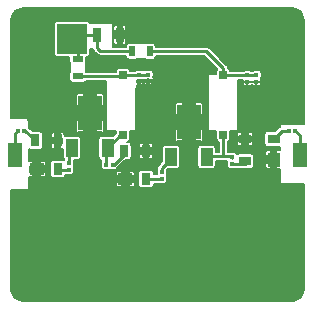
<source format=gtl>
G04 #@! TF.GenerationSoftware,KiCad,Pcbnew,(5.0.0-rc2-dev-262-gdfd2a8fc4)*
G04 #@! TF.CreationDate,2018-03-21T15:36:15-07:00*
G04 #@! TF.ProjectId,BaseBandAmp_03202018,4261736542616E64416D705F30333230,rev?*
G04 #@! TF.SameCoordinates,Original*
G04 #@! TF.FileFunction,Copper,L1,Top,Signal*
G04 #@! TF.FilePolarity,Positive*
%FSLAX46Y46*%
G04 Gerber Fmt 4.6, Leading zero omitted, Abs format (unit mm)*
G04 Created by KiCad (PCBNEW (5.0.0-rc2-dev-262-gdfd2a8fc4)) date 03/21/18 15:36:15*
%MOMM*%
%LPD*%
G01*
G04 APERTURE LIST*
%ADD10R,2.540000X2.540000*%
%ADD11C,2.794000*%
%ADD12C,0.508000*%
%ADD13R,0.500000X0.900000*%
%ADD14R,0.635000X0.635000*%
%ADD15R,1.270000X2.032000*%
%ADD16R,3.810000X0.508000*%
%ADD17R,0.350000X0.300000*%
%ADD18R,0.300000X0.350000*%
%ADD19R,1.198880X1.000760*%
%ADD20R,0.800100X1.000760*%
%ADD21R,1.000760X1.501140*%
%ADD22R,1.998980X2.999740*%
%ADD23C,0.749300*%
%ADD24C,0.100000*%
%ADD25R,1.000760X1.198880*%
%ADD26R,1.000760X0.800100*%
%ADD27R,0.700000X1.300000*%
%ADD28R,0.900000X0.500000*%
%ADD29C,0.250000*%
%ADD30C,0.254000*%
%ADD31C,0.127000*%
G04 APERTURE END LIST*
D10*
X132461000Y-58801000D03*
D11*
X129794000Y-72390000D03*
X129794000Y-64770000D03*
X149606000Y-64770000D03*
X149606000Y-72390000D03*
D12*
X143129000Y-60960000D03*
X141986000Y-60960000D03*
X140843000Y-60960000D03*
X139700000Y-60960000D03*
X136525000Y-60833000D03*
X135382000Y-60833000D03*
X134366000Y-60833000D03*
D13*
X137541000Y-59817000D03*
X139041000Y-59817000D03*
D14*
X145288000Y-66929000D03*
X145288000Y-61849000D03*
D15*
X151752300Y-68580000D03*
D16*
X150279100Y-64338200D03*
X150279100Y-72821800D03*
D12*
X138176000Y-67056000D03*
X139192000Y-67056000D03*
D17*
X138176000Y-62357000D03*
X138176000Y-61797000D03*
X138938000Y-61797000D03*
X138938000Y-62357000D03*
D14*
X136779000Y-61849000D03*
X136779000Y-66929000D03*
D12*
X131191000Y-62992000D03*
X127889000Y-79629000D03*
X134493000Y-62992000D03*
X133731000Y-62992000D03*
X132969000Y-62992000D03*
X146812000Y-73914000D03*
X145796000Y-73914000D03*
X144780000Y-73914000D03*
X143764000Y-73914000D03*
X142748000Y-73914000D03*
X141732000Y-73914000D03*
X140716000Y-73914000D03*
X139700000Y-73914000D03*
X138684000Y-73914000D03*
X137668000Y-73914000D03*
X136652000Y-73914000D03*
X135636000Y-73914000D03*
X134620000Y-73914000D03*
X133604000Y-73914000D03*
X132588000Y-73914000D03*
X146812000Y-72898000D03*
X145796000Y-72898000D03*
X144780000Y-72898000D03*
X143764000Y-72898000D03*
X142748000Y-72898000D03*
X141732000Y-72898000D03*
X140716000Y-72898000D03*
X139700000Y-72898000D03*
X138684000Y-72898000D03*
X137668000Y-72898000D03*
X136652000Y-72898000D03*
X135636000Y-72898000D03*
X134620000Y-72898000D03*
X133604000Y-72898000D03*
X132588000Y-72898000D03*
X146812000Y-71882000D03*
X145796000Y-71882000D03*
X144780000Y-71882000D03*
X143764000Y-71882000D03*
X142748000Y-71882000D03*
X141732000Y-71882000D03*
X140716000Y-71882000D03*
X139700000Y-71882000D03*
X138684000Y-71882000D03*
X137668000Y-71882000D03*
X136652000Y-71882000D03*
X135636000Y-71882000D03*
X134620000Y-71882000D03*
X133604000Y-71882000D03*
X132588000Y-71882000D03*
X140208000Y-67056000D03*
X140208000Y-66294000D03*
X140208000Y-65532000D03*
X140208000Y-64770000D03*
X140208000Y-64008000D03*
X149606000Y-70231000D03*
X148717000Y-70231000D03*
X147955000Y-70231000D03*
X147193000Y-70231000D03*
X146431000Y-70231000D03*
X145669000Y-70231000D03*
X144907000Y-70231000D03*
X144145000Y-70231000D03*
X143383000Y-70231000D03*
X142621000Y-70231000D03*
X141859000Y-70231000D03*
X134366000Y-69596000D03*
X133223000Y-69596000D03*
X130429000Y-57658000D03*
X130429000Y-58547000D03*
X130429000Y-59309000D03*
X130429000Y-60071000D03*
X130429000Y-60833000D03*
X130429000Y-61595000D03*
X130429000Y-62484000D03*
X132207000Y-62992000D03*
X132207000Y-63754000D03*
X132207000Y-64516000D03*
X132207000Y-65278000D03*
X132207000Y-66040000D03*
X151511000Y-57912000D03*
X151511000Y-58928000D03*
X151511000Y-59690000D03*
X151511000Y-60452000D03*
X151511000Y-61214000D03*
X151511000Y-61976000D03*
X151511000Y-62738000D03*
X151511000Y-63500000D03*
X151511000Y-64262000D03*
X151511000Y-71882000D03*
X151511000Y-72644000D03*
X151511000Y-73406000D03*
X151511000Y-74168000D03*
X151511000Y-74930000D03*
X151511000Y-75692000D03*
X151511000Y-76454000D03*
X151511000Y-77216000D03*
X151511000Y-77978000D03*
X151511000Y-78740000D03*
X151511000Y-79502000D03*
X151511000Y-80264000D03*
X150749000Y-80264000D03*
X149987000Y-80264000D03*
X149225000Y-80264000D03*
X148463000Y-80264000D03*
X147701000Y-80264000D03*
X146939000Y-80264000D03*
X146177000Y-80264000D03*
X145415000Y-80264000D03*
X144653000Y-80264000D03*
X143891000Y-80264000D03*
X143129000Y-80264000D03*
X142367000Y-80264000D03*
X141605000Y-80264000D03*
X140843000Y-80264000D03*
X140081000Y-80264000D03*
X139319000Y-80264000D03*
X138557000Y-80264000D03*
X137795000Y-80264000D03*
X137033000Y-80264000D03*
X136271000Y-80264000D03*
X135509000Y-80264000D03*
X134747000Y-80264000D03*
X133985000Y-80264000D03*
X133223000Y-80264000D03*
X132461000Y-80264000D03*
X131699000Y-80264000D03*
X130937000Y-80264000D03*
X130175000Y-80264000D03*
X129413000Y-80264000D03*
X128651000Y-80264000D03*
X127889000Y-80264000D03*
X127889000Y-78994000D03*
X127889000Y-78232000D03*
X127889000Y-77470000D03*
X127889000Y-76708000D03*
X127889000Y-75946000D03*
X127889000Y-75184000D03*
X127889000Y-74422000D03*
X127889000Y-73660000D03*
X127889000Y-72898000D03*
X127889000Y-72136000D03*
X127889000Y-65278000D03*
X127889000Y-64516000D03*
X127889000Y-63754000D03*
X127889000Y-62992000D03*
X127889000Y-62230000D03*
X127889000Y-61468000D03*
X127889000Y-60706000D03*
X127889000Y-59944000D03*
X127889000Y-59182000D03*
X127889000Y-58420000D03*
X127889000Y-57658000D03*
X151511000Y-56896000D03*
X150749000Y-56896000D03*
X149987000Y-56896000D03*
X149225000Y-56896000D03*
X148463000Y-56896000D03*
X147701000Y-56896000D03*
X146939000Y-56896000D03*
X146177000Y-56896000D03*
X145415000Y-56896000D03*
X144653000Y-56896000D03*
X143891000Y-56896000D03*
X143129000Y-56896000D03*
X142367000Y-56896000D03*
X141605000Y-56896000D03*
X140843000Y-56896000D03*
X140081000Y-56896000D03*
X139319000Y-56896000D03*
X138557000Y-56896000D03*
X137795000Y-56896000D03*
X137033000Y-56896000D03*
X136271000Y-56896000D03*
X135509000Y-56896000D03*
X134747000Y-56896000D03*
X133985000Y-56896000D03*
X133223000Y-56896000D03*
X132461000Y-56896000D03*
X131699000Y-56896000D03*
X130937000Y-56896000D03*
X130175000Y-56896000D03*
X129413000Y-56896000D03*
X128651000Y-56896000D03*
X143256000Y-63246000D03*
X142494000Y-63246000D03*
X141732000Y-63246000D03*
X140970000Y-63246000D03*
X140208000Y-63246000D03*
D17*
X148082000Y-62409000D03*
X148082000Y-61849000D03*
X147320000Y-62409000D03*
X147320000Y-61849000D03*
D12*
X127889000Y-56896000D03*
D18*
X128423000Y-66548000D03*
X127863000Y-66548000D03*
D17*
X132207000Y-69316000D03*
X132207000Y-69876000D03*
D18*
X135916000Y-69469000D03*
X135356000Y-69469000D03*
D17*
X140081000Y-70078000D03*
X140081000Y-70638000D03*
X146050000Y-69368000D03*
X146050000Y-68808000D03*
D18*
X151384000Y-66548000D03*
X150824000Y-66548000D03*
D15*
X127647700Y-68580000D03*
D16*
X129120900Y-72821800D03*
X129120900Y-64338200D03*
D19*
X129501900Y-69778880D03*
D20*
X131251960Y-67381120D03*
X131251960Y-69778880D03*
X129352040Y-67381120D03*
D21*
X132483860Y-68018660D03*
X133985000Y-68018660D03*
X135486140Y-68018660D03*
D22*
X133985000Y-65067180D03*
D23*
X133985000Y-66916300D03*
D24*
G36*
X134985760Y-66541650D02*
X134485380Y-67290950D01*
X133484620Y-67290950D01*
X132984240Y-66541650D01*
X134985760Y-66541650D01*
X134985760Y-66541650D01*
G37*
D19*
X136994900Y-70667880D03*
D20*
X138744960Y-68270120D03*
X138744960Y-70667880D03*
X136845040Y-68270120D03*
D21*
X140865860Y-68780660D03*
X142367000Y-68780660D03*
X143868140Y-68780660D03*
D22*
X142367000Y-65829180D03*
D23*
X142367000Y-67678300D03*
D24*
G36*
X143367760Y-67303650D02*
X142867380Y-68052950D01*
X141866620Y-68052950D01*
X141366240Y-67303650D01*
X143367760Y-67303650D01*
X143367760Y-67303650D01*
G37*
D25*
X149534880Y-68999100D03*
D26*
X147137120Y-67249040D03*
X149534880Y-67249040D03*
X147137120Y-69148960D03*
D27*
X134620000Y-58420000D03*
X136520000Y-58420000D03*
D28*
X132969000Y-60464000D03*
X132969000Y-61964000D03*
D29*
X128423000Y-66548000D02*
X128518920Y-66548000D01*
X128518920Y-66548000D02*
X129352040Y-67381120D01*
X127647700Y-68580000D02*
X127647700Y-66763300D01*
X127647700Y-66763300D02*
X127863000Y-66548000D01*
D30*
X127863000Y-68427000D02*
X127889000Y-68453000D01*
X127889000Y-68453000D02*
X127647700Y-68580000D01*
X132207000Y-69316000D02*
X132207000Y-68453000D01*
X132207000Y-68453000D02*
X132483860Y-68018660D01*
X132207000Y-69876000D02*
X131471000Y-69876000D01*
X131471000Y-69876000D02*
X131445000Y-69850000D01*
X131445000Y-69850000D02*
X131251960Y-69778880D01*
X136845040Y-68270120D02*
X136845040Y-68640960D01*
X136845040Y-68640960D02*
X136017000Y-69469000D01*
X136017000Y-69469000D02*
X135890000Y-69469000D01*
X135890000Y-69469000D02*
X135916000Y-69469000D01*
D29*
X136779000Y-66929000D02*
X136575800Y-66929000D01*
X136575800Y-66929000D02*
X135486140Y-68018660D01*
D30*
X135356000Y-69469000D02*
X135356000Y-68352000D01*
X135356000Y-68352000D02*
X135509000Y-68199000D01*
X135509000Y-68199000D02*
X135486140Y-68018660D01*
D29*
X146050000Y-69368000D02*
X147167000Y-69368000D01*
X147167000Y-69368000D02*
X147193000Y-69342000D01*
X147193000Y-69342000D02*
X147137120Y-69148960D01*
X151752300Y-68580000D02*
X151752300Y-66916300D01*
X151752300Y-66916300D02*
X151384000Y-66548000D01*
X140081000Y-69723000D02*
X140462000Y-69342000D01*
X140462000Y-69342000D02*
X140865860Y-68780660D01*
X140081000Y-70078000D02*
X140081000Y-69723000D01*
X140081000Y-70638000D02*
X138837000Y-70638000D01*
X138837000Y-70638000D02*
X138811000Y-70612000D01*
X138811000Y-70612000D02*
X138744960Y-70667880D01*
X150824000Y-66548000D02*
X150235920Y-66548000D01*
X150235920Y-66548000D02*
X149534880Y-67249040D01*
X132969000Y-60464000D02*
X132969000Y-59309000D01*
X132969000Y-59309000D02*
X132461000Y-58801000D01*
X134620000Y-59563000D02*
X134874000Y-59817000D01*
X134874000Y-59817000D02*
X137541000Y-59817000D01*
X134620000Y-58420000D02*
X134620000Y-59563000D01*
X134620000Y-58420000D02*
X132842000Y-58420000D01*
X132842000Y-58420000D02*
X132461000Y-58801000D01*
X145288000Y-66929000D02*
X145288000Y-68707000D01*
D30*
X145288000Y-68707000D02*
X144018000Y-68707000D01*
X145415000Y-68707000D02*
X145288000Y-68707000D01*
X145415000Y-68707000D02*
X145923000Y-68707000D01*
X145923000Y-68707000D02*
X145992000Y-68776000D01*
X145992000Y-68776000D02*
X146050000Y-68808000D01*
X144018000Y-68707000D02*
X143868140Y-68780660D01*
X145992000Y-68776000D02*
X146050000Y-68808000D01*
D29*
X145992000Y-68776000D02*
X146050000Y-68834000D01*
X146050000Y-68834000D02*
X146050000Y-68808000D01*
X132969000Y-61964000D02*
X136664000Y-61964000D01*
X136664000Y-61964000D02*
X136779000Y-61849000D01*
X143823500Y-59817000D02*
X145288000Y-61281500D01*
X139041000Y-59817000D02*
X143823500Y-59817000D01*
X145288000Y-61281500D02*
X145288000Y-61849000D01*
X147320000Y-61849000D02*
X148082000Y-61849000D01*
X138176000Y-61797000D02*
X138938000Y-61797000D01*
X136779000Y-61849000D02*
X138124000Y-61849000D01*
X138124000Y-61849000D02*
X138176000Y-61797000D01*
X146558000Y-61849000D02*
X147320000Y-61849000D01*
X145288000Y-61849000D02*
X146506000Y-61849000D01*
D31*
G36*
X151454655Y-56258018D02*
X151740151Y-56422851D01*
X151952054Y-56675386D01*
X152069633Y-56998431D01*
X152084100Y-57163793D01*
X152084100Y-65976500D01*
X150114000Y-65976500D01*
X150089700Y-65981334D01*
X150069099Y-65995099D01*
X150055334Y-66015700D01*
X150050500Y-66040000D01*
X150050500Y-66204649D01*
X149955827Y-66267907D01*
X149934152Y-66300346D01*
X149654170Y-66580328D01*
X149034500Y-66580328D01*
X148931688Y-66600779D01*
X148844527Y-66659017D01*
X148786289Y-66746178D01*
X148765838Y-66848990D01*
X148765838Y-67649090D01*
X148786289Y-67751902D01*
X148844527Y-67839063D01*
X148931688Y-67897301D01*
X149034500Y-67917752D01*
X150035260Y-67917752D01*
X150050500Y-67914721D01*
X150050500Y-68209160D01*
X149832695Y-68209160D01*
X149785070Y-68256785D01*
X149785070Y-68699380D01*
X150035260Y-68699380D01*
X150035260Y-69298820D01*
X149785070Y-69298820D01*
X149785070Y-69741415D01*
X149832695Y-69789040D01*
X150050500Y-69789040D01*
X150050500Y-70993000D01*
X150055334Y-71017300D01*
X150069099Y-71037901D01*
X150089700Y-71051666D01*
X150114000Y-71056500D01*
X152084101Y-71056500D01*
X152084101Y-79982356D01*
X152021981Y-80334656D01*
X151857149Y-80620151D01*
X151604613Y-80832054D01*
X151281570Y-80949633D01*
X151116207Y-80964100D01*
X128297638Y-80964100D01*
X127945344Y-80901981D01*
X127659849Y-80737149D01*
X127447946Y-80484613D01*
X127330367Y-80161570D01*
X127315900Y-79996207D01*
X127315900Y-71564500D01*
X128778000Y-71564500D01*
X128802300Y-71559666D01*
X128822901Y-71545901D01*
X128836666Y-71525300D01*
X128841500Y-71501000D01*
X128841500Y-70965695D01*
X136204960Y-70965695D01*
X136204960Y-71206153D01*
X136233962Y-71276169D01*
X136287550Y-71329758D01*
X136357567Y-71358760D01*
X136647555Y-71358760D01*
X136695180Y-71311135D01*
X136695180Y-70918070D01*
X137294620Y-70918070D01*
X137294620Y-71311135D01*
X137342245Y-71358760D01*
X137632233Y-71358760D01*
X137702250Y-71329758D01*
X137755838Y-71276169D01*
X137784840Y-71206153D01*
X137784840Y-70965695D01*
X137737215Y-70918070D01*
X137294620Y-70918070D01*
X136695180Y-70918070D01*
X136252585Y-70918070D01*
X136204960Y-70965695D01*
X128841500Y-70965695D01*
X128841500Y-70460205D01*
X128864567Y-70469760D01*
X129154555Y-70469760D01*
X129202180Y-70422135D01*
X129202180Y-70029070D01*
X129801620Y-70029070D01*
X129801620Y-70422135D01*
X129849245Y-70469760D01*
X130139233Y-70469760D01*
X130209250Y-70440758D01*
X130262838Y-70387169D01*
X130291840Y-70317153D01*
X130291840Y-70076695D01*
X130244215Y-70029070D01*
X129801620Y-70029070D01*
X129202180Y-70029070D01*
X128910400Y-70029070D01*
X128910400Y-69528690D01*
X129202180Y-69528690D01*
X129202180Y-69135625D01*
X129801620Y-69135625D01*
X129801620Y-69528690D01*
X130244215Y-69528690D01*
X130291840Y-69481065D01*
X130291840Y-69278500D01*
X130583248Y-69278500D01*
X130583248Y-70279260D01*
X130603699Y-70382072D01*
X130661937Y-70469233D01*
X130749098Y-70527471D01*
X130851910Y-70547922D01*
X131652010Y-70547922D01*
X131754822Y-70527471D01*
X131841983Y-70469233D01*
X131900221Y-70382072D01*
X131920672Y-70279260D01*
X131920672Y-70268521D01*
X131929188Y-70274211D01*
X132032000Y-70294662D01*
X132382000Y-70294662D01*
X132484812Y-70274211D01*
X132571973Y-70215973D01*
X132629679Y-70129607D01*
X136204960Y-70129607D01*
X136204960Y-70370065D01*
X136252585Y-70417690D01*
X136695180Y-70417690D01*
X136695180Y-70024625D01*
X137294620Y-70024625D01*
X137294620Y-70417690D01*
X137737215Y-70417690D01*
X137784840Y-70370065D01*
X137784840Y-70167500D01*
X138076248Y-70167500D01*
X138076248Y-71168260D01*
X138096699Y-71271072D01*
X138154937Y-71358233D01*
X138242098Y-71416471D01*
X138344910Y-71436922D01*
X139145010Y-71436922D01*
X139247822Y-71416471D01*
X139334983Y-71358233D01*
X139393221Y-71271072D01*
X139413672Y-71168260D01*
X139413672Y-71026500D01*
X139788654Y-71026500D01*
X139803188Y-71036211D01*
X139906000Y-71056662D01*
X140256000Y-71056662D01*
X140358812Y-71036211D01*
X140445973Y-70977973D01*
X140504211Y-70890812D01*
X140524662Y-70788000D01*
X140524662Y-70488000D01*
X140504211Y-70385188D01*
X140486045Y-70358000D01*
X140504211Y-70330812D01*
X140524662Y-70228000D01*
X140524662Y-69928000D01*
X140508197Y-69845225D01*
X140553530Y-69799892D01*
X141366240Y-69799892D01*
X141469052Y-69779441D01*
X141556213Y-69721203D01*
X141614451Y-69634042D01*
X141634902Y-69531230D01*
X141634902Y-68030090D01*
X141614451Y-67927278D01*
X141556213Y-67840117D01*
X141469052Y-67781879D01*
X141366240Y-67761428D01*
X140365480Y-67761428D01*
X140262668Y-67781879D01*
X140175507Y-67840117D01*
X140117269Y-67927278D01*
X140096818Y-68030090D01*
X140096818Y-69157760D01*
X139833347Y-69421232D01*
X139800908Y-69442907D01*
X139715042Y-69571415D01*
X139693687Y-69678773D01*
X139684889Y-69723000D01*
X139692500Y-69761262D01*
X139692500Y-69773238D01*
X139657789Y-69825188D01*
X139637338Y-69928000D01*
X139637338Y-70228000D01*
X139641615Y-70249500D01*
X139413672Y-70249500D01*
X139413672Y-70167500D01*
X139393221Y-70064688D01*
X139334983Y-69977527D01*
X139247822Y-69919289D01*
X139145010Y-69898838D01*
X138344910Y-69898838D01*
X138242098Y-69919289D01*
X138154937Y-69977527D01*
X138096699Y-70064688D01*
X138076248Y-70167500D01*
X137784840Y-70167500D01*
X137784840Y-70129607D01*
X137755838Y-70059591D01*
X137702250Y-70006002D01*
X137632233Y-69977000D01*
X137342245Y-69977000D01*
X137294620Y-70024625D01*
X136695180Y-70024625D01*
X136647555Y-69977000D01*
X136357567Y-69977000D01*
X136287550Y-70006002D01*
X136233962Y-70059591D01*
X136204960Y-70129607D01*
X132629679Y-70129607D01*
X132630211Y-70128812D01*
X132650662Y-70026000D01*
X132650662Y-69726000D01*
X132630211Y-69623188D01*
X132612045Y-69596000D01*
X132630211Y-69568812D01*
X132650662Y-69466000D01*
X132650662Y-69166000D01*
X132630211Y-69063188D01*
X132613309Y-69037892D01*
X132984240Y-69037892D01*
X133087052Y-69017441D01*
X133174213Y-68959203D01*
X133232451Y-68872042D01*
X133252902Y-68769230D01*
X133252902Y-67268090D01*
X133232451Y-67165278D01*
X133174213Y-67078117D01*
X133087052Y-67019879D01*
X132984240Y-66999428D01*
X131983480Y-66999428D01*
X131880668Y-67019879D01*
X131842510Y-67045375D01*
X131842510Y-66809618D01*
X131828746Y-66809618D01*
X131813508Y-66772831D01*
X131759920Y-66719242D01*
X131689903Y-66690240D01*
X131499610Y-66690240D01*
X131451985Y-66737865D01*
X131451985Y-67130930D01*
X131652010Y-67130930D01*
X131652010Y-67631310D01*
X131451985Y-67631310D01*
X131451985Y-68024375D01*
X131499610Y-68072000D01*
X131689903Y-68072000D01*
X131714818Y-68061680D01*
X131714818Y-68769230D01*
X131735269Y-68872042D01*
X131793507Y-68959203D01*
X131816500Y-68974566D01*
X131816500Y-69014231D01*
X131790046Y-69053824D01*
X131754822Y-69030289D01*
X131652010Y-69009838D01*
X130851910Y-69009838D01*
X130749098Y-69030289D01*
X130661937Y-69088527D01*
X130603699Y-69175688D01*
X130583248Y-69278500D01*
X130291840Y-69278500D01*
X130291840Y-69240607D01*
X130262838Y-69170591D01*
X130209250Y-69117002D01*
X130139233Y-69088000D01*
X129849245Y-69088000D01*
X129801620Y-69135625D01*
X129202180Y-69135625D01*
X129154555Y-69088000D01*
X128864567Y-69088000D01*
X128841500Y-69097555D01*
X128841500Y-68124581D01*
X128849178Y-68129711D01*
X128951990Y-68150162D01*
X129752090Y-68150162D01*
X129854902Y-68129711D01*
X129942063Y-68071473D01*
X130000301Y-67984312D01*
X130020752Y-67881500D01*
X130020752Y-67678935D01*
X130661410Y-67678935D01*
X130661410Y-67919393D01*
X130690412Y-67989409D01*
X130744000Y-68042998D01*
X130814017Y-68072000D01*
X131004310Y-68072000D01*
X131051935Y-68024375D01*
X131051935Y-67631310D01*
X130709035Y-67631310D01*
X130661410Y-67678935D01*
X130020752Y-67678935D01*
X130020752Y-66880740D01*
X130013215Y-66842847D01*
X130661410Y-66842847D01*
X130661410Y-67083305D01*
X130709035Y-67130930D01*
X131051935Y-67130930D01*
X131051935Y-66737865D01*
X131004310Y-66690240D01*
X130814017Y-66690240D01*
X130744000Y-66719242D01*
X130690412Y-66772831D01*
X130661410Y-66842847D01*
X130013215Y-66842847D01*
X130000301Y-66777928D01*
X129942063Y-66690767D01*
X129854902Y-66632529D01*
X129752090Y-66612078D01*
X129132419Y-66612078D01*
X128841500Y-66321159D01*
X128841500Y-65686305D01*
X132795010Y-65686305D01*
X132795010Y-66604943D01*
X132824012Y-66674959D01*
X132877600Y-66728548D01*
X132947617Y-66757550D01*
X133437630Y-66757550D01*
X133485255Y-66709925D01*
X133485255Y-65638680D01*
X134484745Y-65638680D01*
X134484745Y-66709925D01*
X134532370Y-66757550D01*
X135022383Y-66757550D01*
X135092400Y-66728548D01*
X135145988Y-66674959D01*
X135174990Y-66604943D01*
X135174990Y-65686305D01*
X135127365Y-65638680D01*
X134484745Y-65638680D01*
X133485255Y-65638680D01*
X132842635Y-65638680D01*
X132795010Y-65686305D01*
X128841500Y-65686305D01*
X128841500Y-65532000D01*
X128836666Y-65507700D01*
X128822901Y-65487099D01*
X128802300Y-65473334D01*
X128778000Y-65468500D01*
X127315900Y-65468500D01*
X127315900Y-63529417D01*
X132795010Y-63529417D01*
X132795010Y-64448055D01*
X132842635Y-64495680D01*
X133485255Y-64495680D01*
X133485255Y-63424435D01*
X134484745Y-63424435D01*
X134484745Y-64495680D01*
X135127365Y-64495680D01*
X135174990Y-64448055D01*
X135174990Y-63529417D01*
X135145988Y-63459401D01*
X135092400Y-63405812D01*
X135022383Y-63376810D01*
X134532370Y-63376810D01*
X134484745Y-63424435D01*
X133485255Y-63424435D01*
X133437630Y-63376810D01*
X132947617Y-63376810D01*
X132877600Y-63405812D01*
X132824012Y-63459401D01*
X132795010Y-63529417D01*
X127315900Y-63529417D01*
X127315900Y-57531000D01*
X130922338Y-57531000D01*
X130922338Y-60071000D01*
X130942789Y-60173812D01*
X131001027Y-60260973D01*
X131088188Y-60319211D01*
X131191000Y-60339662D01*
X132250338Y-60339662D01*
X132250338Y-60714000D01*
X132270500Y-60815359D01*
X132270500Y-61612641D01*
X132250338Y-61714000D01*
X132250338Y-62214000D01*
X132270789Y-62316812D01*
X132329027Y-62403973D01*
X132416188Y-62462211D01*
X132519000Y-62482662D01*
X133419000Y-62482662D01*
X133521812Y-62462211D01*
X133608973Y-62403973D01*
X133643365Y-62352500D01*
X135318500Y-62352500D01*
X135318500Y-66548000D01*
X135323334Y-66572300D01*
X135337099Y-66592901D01*
X135357700Y-66606666D01*
X135382000Y-66611500D01*
X136192838Y-66611500D01*
X136192838Y-66762540D01*
X135955950Y-66999428D01*
X134985760Y-66999428D01*
X134882948Y-67019879D01*
X134795787Y-67078117D01*
X134737549Y-67165278D01*
X134717098Y-67268090D01*
X134717098Y-68769230D01*
X134737549Y-68872042D01*
X134795787Y-68959203D01*
X134882948Y-69017441D01*
X134965500Y-69033862D01*
X134965500Y-69179647D01*
X134957789Y-69191188D01*
X134937338Y-69294000D01*
X134937338Y-69644000D01*
X134957789Y-69746812D01*
X135016027Y-69833973D01*
X135103188Y-69892211D01*
X135206000Y-69912662D01*
X135506000Y-69912662D01*
X135608812Y-69892211D01*
X135636000Y-69874045D01*
X135663188Y-69892211D01*
X135766000Y-69912662D01*
X136066000Y-69912662D01*
X136168812Y-69892211D01*
X136255973Y-69833973D01*
X136314211Y-69746812D01*
X136319802Y-69718707D01*
X136320324Y-69717925D01*
X136999089Y-69039162D01*
X137245090Y-69039162D01*
X137347902Y-69018711D01*
X137435063Y-68960473D01*
X137493301Y-68873312D01*
X137513752Y-68770500D01*
X137513752Y-68567935D01*
X138154410Y-68567935D01*
X138154410Y-68808393D01*
X138183412Y-68878409D01*
X138237000Y-68931998D01*
X138307017Y-68961000D01*
X138497310Y-68961000D01*
X138544935Y-68913375D01*
X138544935Y-68520310D01*
X138944985Y-68520310D01*
X138944985Y-68913375D01*
X138992610Y-68961000D01*
X139182903Y-68961000D01*
X139252920Y-68931998D01*
X139306508Y-68878409D01*
X139335510Y-68808393D01*
X139335510Y-68567935D01*
X139287885Y-68520310D01*
X138944985Y-68520310D01*
X138544935Y-68520310D01*
X138202035Y-68520310D01*
X138154410Y-68567935D01*
X137513752Y-68567935D01*
X137513752Y-67769740D01*
X137506215Y-67731847D01*
X138154410Y-67731847D01*
X138154410Y-67972305D01*
X138202035Y-68019930D01*
X138544935Y-68019930D01*
X138544935Y-67626865D01*
X138944985Y-67626865D01*
X138944985Y-68019930D01*
X139287885Y-68019930D01*
X139335510Y-67972305D01*
X139335510Y-67731847D01*
X139306508Y-67661831D01*
X139252920Y-67608242D01*
X139182903Y-67579240D01*
X138992610Y-67579240D01*
X138944985Y-67626865D01*
X138544935Y-67626865D01*
X138497310Y-67579240D01*
X138307017Y-67579240D01*
X138237000Y-67608242D01*
X138183412Y-67661831D01*
X138154410Y-67731847D01*
X137506215Y-67731847D01*
X137493301Y-67666928D01*
X137435063Y-67579767D01*
X137347902Y-67521529D01*
X137245090Y-67501078D01*
X137167304Y-67501078D01*
X137199312Y-67494711D01*
X137286473Y-67436473D01*
X137344711Y-67349312D01*
X137365162Y-67246500D01*
X137365162Y-66611500D01*
X137795000Y-66611500D01*
X137819300Y-66606666D01*
X137839901Y-66592901D01*
X137853666Y-66572300D01*
X137858500Y-66548000D01*
X137858500Y-66448305D01*
X141177010Y-66448305D01*
X141177010Y-67366943D01*
X141206012Y-67436959D01*
X141259600Y-67490548D01*
X141329617Y-67519550D01*
X141819630Y-67519550D01*
X141867255Y-67471925D01*
X141867255Y-66400680D01*
X142866745Y-66400680D01*
X142866745Y-67471925D01*
X142914370Y-67519550D01*
X143404383Y-67519550D01*
X143474400Y-67490548D01*
X143527988Y-67436959D01*
X143556990Y-67366943D01*
X143556990Y-66448305D01*
X143509365Y-66400680D01*
X142866745Y-66400680D01*
X141867255Y-66400680D01*
X141224635Y-66400680D01*
X141177010Y-66448305D01*
X137858500Y-66448305D01*
X137858500Y-64291417D01*
X141177010Y-64291417D01*
X141177010Y-65210055D01*
X141224635Y-65257680D01*
X141867255Y-65257680D01*
X141867255Y-64186435D01*
X142866745Y-64186435D01*
X142866745Y-65257680D01*
X143509365Y-65257680D01*
X143556990Y-65210055D01*
X143556990Y-64291417D01*
X143527988Y-64221401D01*
X143474400Y-64167812D01*
X143404383Y-64138810D01*
X142914370Y-64138810D01*
X142866745Y-64186435D01*
X141867255Y-64186435D01*
X141819630Y-64138810D01*
X141329617Y-64138810D01*
X141259600Y-64167812D01*
X141206012Y-64221401D01*
X141177010Y-64291417D01*
X137858500Y-64291417D01*
X137858500Y-62928502D01*
X138001000Y-62928502D01*
X138001000Y-62697500D01*
X138040875Y-62697500D01*
X138088500Y-62649875D01*
X138088500Y-62432000D01*
X138263500Y-62432000D01*
X138263500Y-62649875D01*
X138311125Y-62697500D01*
X138388893Y-62697500D01*
X138458909Y-62668498D01*
X138512498Y-62614910D01*
X138541500Y-62544893D01*
X138541500Y-62479625D01*
X138572500Y-62479625D01*
X138572500Y-62544893D01*
X138601502Y-62614910D01*
X138655091Y-62668498D01*
X138725107Y-62697500D01*
X138802875Y-62697500D01*
X138850500Y-62649875D01*
X138850500Y-62432000D01*
X139025500Y-62432000D01*
X139025500Y-62649875D01*
X139073125Y-62697500D01*
X139150893Y-62697500D01*
X139220909Y-62668498D01*
X139274498Y-62614910D01*
X139303500Y-62544893D01*
X139303500Y-62479625D01*
X139255875Y-62432000D01*
X139025500Y-62432000D01*
X138850500Y-62432000D01*
X138620125Y-62432000D01*
X138572500Y-62479625D01*
X138541500Y-62479625D01*
X138493875Y-62432000D01*
X138263500Y-62432000D01*
X138088500Y-62432000D01*
X138001000Y-62432000D01*
X138001000Y-62282000D01*
X138088500Y-62282000D01*
X138088500Y-62238049D01*
X138124000Y-62245111D01*
X138162262Y-62237500D01*
X138162263Y-62237500D01*
X138263500Y-62217363D01*
X138263500Y-62282000D01*
X138493875Y-62282000D01*
X138541500Y-62234375D01*
X138541500Y-62207000D01*
X138572500Y-62207000D01*
X138572500Y-62234375D01*
X138620125Y-62282000D01*
X138850500Y-62282000D01*
X138850500Y-62215662D01*
X139025500Y-62215662D01*
X139025500Y-62282000D01*
X139255875Y-62282000D01*
X139303500Y-62234375D01*
X139303500Y-62207000D01*
X139509502Y-62207000D01*
X139509502Y-62016500D01*
X139367837Y-62016500D01*
X139381662Y-61947000D01*
X139381662Y-61647000D01*
X139361211Y-61544188D01*
X139302973Y-61457027D01*
X139215812Y-61398789D01*
X139113000Y-61378338D01*
X138763000Y-61378338D01*
X138660188Y-61398789D01*
X138645654Y-61408500D01*
X138468346Y-61408500D01*
X138453812Y-61398789D01*
X138351000Y-61378338D01*
X138001000Y-61378338D01*
X137898188Y-61398789D01*
X137811027Y-61457027D01*
X137808706Y-61460500D01*
X137351039Y-61460500D01*
X137344711Y-61428688D01*
X137286473Y-61341527D01*
X137199312Y-61283289D01*
X137096500Y-61262838D01*
X136461500Y-61262838D01*
X136358688Y-61283289D01*
X136271527Y-61341527D01*
X136213289Y-61428688D01*
X136192838Y-61531500D01*
X136192838Y-61575500D01*
X133667500Y-61575500D01*
X133667500Y-60815359D01*
X133687662Y-60714000D01*
X133687662Y-60339662D01*
X133731000Y-60339662D01*
X133833812Y-60319211D01*
X133920973Y-60260973D01*
X133979211Y-60173812D01*
X133999662Y-60071000D01*
X133999662Y-59626500D01*
X134236520Y-59626500D01*
X134252157Y-59705110D01*
X134254042Y-59714585D01*
X134339908Y-59843093D01*
X134372346Y-59864768D01*
X134572232Y-60064654D01*
X134593907Y-60097093D01*
X134722415Y-60182959D01*
X134835737Y-60205500D01*
X134873999Y-60213111D01*
X134912261Y-60205500D01*
X137022338Y-60205500D01*
X137022338Y-60267000D01*
X137042789Y-60369812D01*
X137101027Y-60456973D01*
X137188188Y-60515211D01*
X137291000Y-60535662D01*
X137791000Y-60535662D01*
X137892359Y-60515500D01*
X138689641Y-60515500D01*
X138791000Y-60535662D01*
X139291000Y-60535662D01*
X139393812Y-60515211D01*
X139480973Y-60456973D01*
X139539211Y-60369812D01*
X139559662Y-60267000D01*
X139559662Y-60205500D01*
X143662579Y-60205500D01*
X144791364Y-61334286D01*
X144780527Y-61341527D01*
X144722289Y-61428688D01*
X144701838Y-61531500D01*
X144701838Y-61785500D01*
X144018000Y-61785500D01*
X143993369Y-61790472D01*
X143972846Y-61804353D01*
X143959197Y-61825031D01*
X143954501Y-61849358D01*
X143981030Y-66548358D01*
X143985863Y-66572300D01*
X143999628Y-66592901D01*
X144020229Y-66606666D01*
X144044529Y-66611500D01*
X144701838Y-66611500D01*
X144701838Y-67246500D01*
X144722289Y-67349312D01*
X144780527Y-67436473D01*
X144867688Y-67494711D01*
X144899500Y-67501039D01*
X144899501Y-68316500D01*
X144637182Y-68316500D01*
X144637182Y-68030090D01*
X144616731Y-67927278D01*
X144558493Y-67840117D01*
X144471332Y-67781879D01*
X144368520Y-67761428D01*
X143367760Y-67761428D01*
X143264948Y-67781879D01*
X143177787Y-67840117D01*
X143119549Y-67927278D01*
X143099098Y-68030090D01*
X143099098Y-69531230D01*
X143119549Y-69634042D01*
X143177787Y-69721203D01*
X143264948Y-69779441D01*
X143367760Y-69799892D01*
X144368520Y-69799892D01*
X144471332Y-69779441D01*
X144558493Y-69721203D01*
X144616731Y-69634042D01*
X144637182Y-69531230D01*
X144637182Y-69097500D01*
X145259792Y-69097500D01*
X145288000Y-69103111D01*
X145316209Y-69097500D01*
X145638608Y-69097500D01*
X145626789Y-69115188D01*
X145606338Y-69218000D01*
X145606338Y-69518000D01*
X145626789Y-69620812D01*
X145685027Y-69707973D01*
X145772188Y-69766211D01*
X145875000Y-69786662D01*
X146225000Y-69786662D01*
X146327812Y-69766211D01*
X146342346Y-69756500D01*
X146472984Y-69756500D01*
X146533928Y-69797221D01*
X146636740Y-69817672D01*
X147637500Y-69817672D01*
X147740312Y-69797221D01*
X147827473Y-69738983D01*
X147885711Y-69651822D01*
X147906162Y-69549010D01*
X147906162Y-69346445D01*
X148844000Y-69346445D01*
X148844000Y-69636433D01*
X148873002Y-69706450D01*
X148926591Y-69760038D01*
X148996607Y-69789040D01*
X149237065Y-69789040D01*
X149284690Y-69741415D01*
X149284690Y-69298820D01*
X148891625Y-69298820D01*
X148844000Y-69346445D01*
X147906162Y-69346445D01*
X147906162Y-68748910D01*
X147885711Y-68646098D01*
X147827473Y-68558937D01*
X147740312Y-68500699D01*
X147637500Y-68480248D01*
X146636740Y-68480248D01*
X146533928Y-68500699D01*
X146466781Y-68545564D01*
X146414973Y-68468027D01*
X146327812Y-68409789D01*
X146225000Y-68389338D01*
X146150467Y-68389338D01*
X146109204Y-68361767D01*
X148844000Y-68361767D01*
X148844000Y-68651755D01*
X148891625Y-68699380D01*
X149284690Y-68699380D01*
X149284690Y-68256785D01*
X149237065Y-68209160D01*
X148996607Y-68209160D01*
X148926591Y-68238162D01*
X148873002Y-68291750D01*
X148844000Y-68361767D01*
X146109204Y-68361767D01*
X146075365Y-68339157D01*
X145961460Y-68316500D01*
X145961458Y-68316500D01*
X145923000Y-68308850D01*
X145884542Y-68316500D01*
X145676500Y-68316500D01*
X145676500Y-67501039D01*
X145698363Y-67496690D01*
X146446240Y-67496690D01*
X146446240Y-67686983D01*
X146475242Y-67757000D01*
X146528831Y-67810588D01*
X146598847Y-67839590D01*
X146839305Y-67839590D01*
X146886930Y-67791965D01*
X146886930Y-67449065D01*
X147387310Y-67449065D01*
X147387310Y-67791965D01*
X147434935Y-67839590D01*
X147675393Y-67839590D01*
X147745409Y-67810588D01*
X147798998Y-67757000D01*
X147828000Y-67686983D01*
X147828000Y-67496690D01*
X147780375Y-67449065D01*
X147387310Y-67449065D01*
X146886930Y-67449065D01*
X146493865Y-67449065D01*
X146446240Y-67496690D01*
X145698363Y-67496690D01*
X145708312Y-67494711D01*
X145795473Y-67436473D01*
X145853711Y-67349312D01*
X145874162Y-67246500D01*
X145874162Y-66811097D01*
X146446240Y-66811097D01*
X146446240Y-67001390D01*
X146493865Y-67049015D01*
X146886930Y-67049015D01*
X146886930Y-66706115D01*
X147387310Y-66706115D01*
X147387310Y-67049015D01*
X147780375Y-67049015D01*
X147828000Y-67001390D01*
X147828000Y-66811097D01*
X147798998Y-66741080D01*
X147745409Y-66687492D01*
X147675393Y-66658490D01*
X147434935Y-66658490D01*
X147387310Y-66706115D01*
X146886930Y-66706115D01*
X146839305Y-66658490D01*
X146598847Y-66658490D01*
X146528831Y-66687492D01*
X146475242Y-66741080D01*
X146446240Y-66811097D01*
X145874162Y-66811097D01*
X145874162Y-66611500D01*
X146457529Y-66611500D01*
X146482160Y-66606528D01*
X146502683Y-66592647D01*
X146516332Y-66571969D01*
X146521028Y-66547642D01*
X146498039Y-62475675D01*
X146929100Y-62475675D01*
X146929100Y-62601945D01*
X146961969Y-62681297D01*
X147022702Y-62742031D01*
X147102055Y-62774900D01*
X147253325Y-62774900D01*
X147307300Y-62720925D01*
X147307300Y-62421700D01*
X147332700Y-62421700D01*
X147332700Y-62720925D01*
X147386675Y-62774900D01*
X147537945Y-62774900D01*
X147617298Y-62742031D01*
X147678031Y-62681297D01*
X147701000Y-62625845D01*
X147723969Y-62681297D01*
X147784702Y-62742031D01*
X147864055Y-62774900D01*
X148015325Y-62774900D01*
X148069300Y-62720925D01*
X148069300Y-62421700D01*
X148094700Y-62421700D01*
X148094700Y-62720925D01*
X148148675Y-62774900D01*
X148299945Y-62774900D01*
X148379298Y-62742031D01*
X148440031Y-62681297D01*
X148472900Y-62601945D01*
X148472900Y-62475675D01*
X148418925Y-62421700D01*
X148094700Y-62421700D01*
X148069300Y-62421700D01*
X147745075Y-62421700D01*
X147701000Y-62465775D01*
X147656925Y-62421700D01*
X147332700Y-62421700D01*
X147307300Y-62421700D01*
X146983075Y-62421700D01*
X146929100Y-62475675D01*
X146498039Y-62475675D01*
X146496694Y-62237500D01*
X146929100Y-62237500D01*
X146929100Y-62342325D01*
X146983075Y-62396300D01*
X147307300Y-62396300D01*
X147307300Y-62376300D01*
X147332700Y-62376300D01*
X147332700Y-62396300D01*
X147656925Y-62396300D01*
X147701000Y-62352225D01*
X147745075Y-62396300D01*
X148069300Y-62396300D01*
X148069300Y-62376300D01*
X148094700Y-62376300D01*
X148094700Y-62396300D01*
X148418925Y-62396300D01*
X148472900Y-62342325D01*
X148472900Y-62216055D01*
X148456053Y-62175383D01*
X148505211Y-62101812D01*
X148525662Y-61999000D01*
X148525662Y-61699000D01*
X148505211Y-61596188D01*
X148446973Y-61509027D01*
X148359812Y-61450789D01*
X148257000Y-61430338D01*
X147907000Y-61430338D01*
X147804188Y-61450789D01*
X147789654Y-61460500D01*
X147612346Y-61460500D01*
X147597812Y-61450789D01*
X147495000Y-61430338D01*
X147145000Y-61430338D01*
X147042188Y-61450789D01*
X147027654Y-61460500D01*
X145860039Y-61460500D01*
X145853711Y-61428688D01*
X145795473Y-61341527D01*
X145708312Y-61283289D01*
X145683485Y-61278350D01*
X145653959Y-61129914D01*
X145589767Y-61033845D01*
X145568093Y-61001407D01*
X145535654Y-60979733D01*
X144125270Y-59569349D01*
X144103593Y-59536907D01*
X143975085Y-59451041D01*
X143861763Y-59428500D01*
X143861762Y-59428500D01*
X143823500Y-59420889D01*
X143785238Y-59428500D01*
X139559662Y-59428500D01*
X139559662Y-59367000D01*
X139539211Y-59264188D01*
X139480973Y-59177027D01*
X139393812Y-59118789D01*
X139291000Y-59098338D01*
X138791000Y-59098338D01*
X138689641Y-59118500D01*
X137892359Y-59118500D01*
X137791000Y-59098338D01*
X137291000Y-59098338D01*
X137188188Y-59118789D01*
X137101027Y-59177027D01*
X137042789Y-59264188D01*
X137022338Y-59367000D01*
X137022338Y-59428500D01*
X135953500Y-59428500D01*
X135953500Y-58792625D01*
X135979500Y-58792625D01*
X135979500Y-59107893D01*
X136008502Y-59177909D01*
X136062090Y-59231498D01*
X136132107Y-59260500D01*
X136297375Y-59260500D01*
X136345000Y-59212875D01*
X136345000Y-58745000D01*
X136695000Y-58745000D01*
X136695000Y-59212875D01*
X136742625Y-59260500D01*
X136907893Y-59260500D01*
X136977910Y-59231498D01*
X137031498Y-59177909D01*
X137060500Y-59107893D01*
X137060500Y-58792625D01*
X137012875Y-58745000D01*
X136695000Y-58745000D01*
X136345000Y-58745000D01*
X136027125Y-58745000D01*
X135979500Y-58792625D01*
X135953500Y-58792625D01*
X135953500Y-57732107D01*
X135979500Y-57732107D01*
X135979500Y-58047375D01*
X136027125Y-58095000D01*
X136345000Y-58095000D01*
X136345000Y-57627125D01*
X136695000Y-57627125D01*
X136695000Y-58095000D01*
X137012875Y-58095000D01*
X137060500Y-58047375D01*
X137060500Y-57732107D01*
X137031498Y-57662091D01*
X136977910Y-57608502D01*
X136907893Y-57579500D01*
X136742625Y-57579500D01*
X136695000Y-57627125D01*
X136345000Y-57627125D01*
X136297375Y-57579500D01*
X136132107Y-57579500D01*
X136062090Y-57608502D01*
X136008502Y-57662091D01*
X135979500Y-57732107D01*
X135953500Y-57732107D01*
X135953500Y-57531000D01*
X135948666Y-57506700D01*
X135934901Y-57486099D01*
X135914300Y-57472334D01*
X135890000Y-57467500D01*
X133987031Y-57467500D01*
X133979211Y-57428188D01*
X133920973Y-57341027D01*
X133833812Y-57282789D01*
X133731000Y-57262338D01*
X131191000Y-57262338D01*
X131088188Y-57282789D01*
X131001027Y-57341027D01*
X130942789Y-57428188D01*
X130922338Y-57531000D01*
X127315900Y-57531000D01*
X127315900Y-57177638D01*
X127378018Y-56825345D01*
X127542851Y-56539849D01*
X127795386Y-56327946D01*
X128118431Y-56210367D01*
X128283793Y-56195900D01*
X151102362Y-56195900D01*
X151454655Y-56258018D01*
X151454655Y-56258018D01*
G37*
X151454655Y-56258018D02*
X151740151Y-56422851D01*
X151952054Y-56675386D01*
X152069633Y-56998431D01*
X152084100Y-57163793D01*
X152084100Y-65976500D01*
X150114000Y-65976500D01*
X150089700Y-65981334D01*
X150069099Y-65995099D01*
X150055334Y-66015700D01*
X150050500Y-66040000D01*
X150050500Y-66204649D01*
X149955827Y-66267907D01*
X149934152Y-66300346D01*
X149654170Y-66580328D01*
X149034500Y-66580328D01*
X148931688Y-66600779D01*
X148844527Y-66659017D01*
X148786289Y-66746178D01*
X148765838Y-66848990D01*
X148765838Y-67649090D01*
X148786289Y-67751902D01*
X148844527Y-67839063D01*
X148931688Y-67897301D01*
X149034500Y-67917752D01*
X150035260Y-67917752D01*
X150050500Y-67914721D01*
X150050500Y-68209160D01*
X149832695Y-68209160D01*
X149785070Y-68256785D01*
X149785070Y-68699380D01*
X150035260Y-68699380D01*
X150035260Y-69298820D01*
X149785070Y-69298820D01*
X149785070Y-69741415D01*
X149832695Y-69789040D01*
X150050500Y-69789040D01*
X150050500Y-70993000D01*
X150055334Y-71017300D01*
X150069099Y-71037901D01*
X150089700Y-71051666D01*
X150114000Y-71056500D01*
X152084101Y-71056500D01*
X152084101Y-79982356D01*
X152021981Y-80334656D01*
X151857149Y-80620151D01*
X151604613Y-80832054D01*
X151281570Y-80949633D01*
X151116207Y-80964100D01*
X128297638Y-80964100D01*
X127945344Y-80901981D01*
X127659849Y-80737149D01*
X127447946Y-80484613D01*
X127330367Y-80161570D01*
X127315900Y-79996207D01*
X127315900Y-71564500D01*
X128778000Y-71564500D01*
X128802300Y-71559666D01*
X128822901Y-71545901D01*
X128836666Y-71525300D01*
X128841500Y-71501000D01*
X128841500Y-70965695D01*
X136204960Y-70965695D01*
X136204960Y-71206153D01*
X136233962Y-71276169D01*
X136287550Y-71329758D01*
X136357567Y-71358760D01*
X136647555Y-71358760D01*
X136695180Y-71311135D01*
X136695180Y-70918070D01*
X137294620Y-70918070D01*
X137294620Y-71311135D01*
X137342245Y-71358760D01*
X137632233Y-71358760D01*
X137702250Y-71329758D01*
X137755838Y-71276169D01*
X137784840Y-71206153D01*
X137784840Y-70965695D01*
X137737215Y-70918070D01*
X137294620Y-70918070D01*
X136695180Y-70918070D01*
X136252585Y-70918070D01*
X136204960Y-70965695D01*
X128841500Y-70965695D01*
X128841500Y-70460205D01*
X128864567Y-70469760D01*
X129154555Y-70469760D01*
X129202180Y-70422135D01*
X129202180Y-70029070D01*
X129801620Y-70029070D01*
X129801620Y-70422135D01*
X129849245Y-70469760D01*
X130139233Y-70469760D01*
X130209250Y-70440758D01*
X130262838Y-70387169D01*
X130291840Y-70317153D01*
X130291840Y-70076695D01*
X130244215Y-70029070D01*
X129801620Y-70029070D01*
X129202180Y-70029070D01*
X128910400Y-70029070D01*
X128910400Y-69528690D01*
X129202180Y-69528690D01*
X129202180Y-69135625D01*
X129801620Y-69135625D01*
X129801620Y-69528690D01*
X130244215Y-69528690D01*
X130291840Y-69481065D01*
X130291840Y-69278500D01*
X130583248Y-69278500D01*
X130583248Y-70279260D01*
X130603699Y-70382072D01*
X130661937Y-70469233D01*
X130749098Y-70527471D01*
X130851910Y-70547922D01*
X131652010Y-70547922D01*
X131754822Y-70527471D01*
X131841983Y-70469233D01*
X131900221Y-70382072D01*
X131920672Y-70279260D01*
X131920672Y-70268521D01*
X131929188Y-70274211D01*
X132032000Y-70294662D01*
X132382000Y-70294662D01*
X132484812Y-70274211D01*
X132571973Y-70215973D01*
X132629679Y-70129607D01*
X136204960Y-70129607D01*
X136204960Y-70370065D01*
X136252585Y-70417690D01*
X136695180Y-70417690D01*
X136695180Y-70024625D01*
X137294620Y-70024625D01*
X137294620Y-70417690D01*
X137737215Y-70417690D01*
X137784840Y-70370065D01*
X137784840Y-70167500D01*
X138076248Y-70167500D01*
X138076248Y-71168260D01*
X138096699Y-71271072D01*
X138154937Y-71358233D01*
X138242098Y-71416471D01*
X138344910Y-71436922D01*
X139145010Y-71436922D01*
X139247822Y-71416471D01*
X139334983Y-71358233D01*
X139393221Y-71271072D01*
X139413672Y-71168260D01*
X139413672Y-71026500D01*
X139788654Y-71026500D01*
X139803188Y-71036211D01*
X139906000Y-71056662D01*
X140256000Y-71056662D01*
X140358812Y-71036211D01*
X140445973Y-70977973D01*
X140504211Y-70890812D01*
X140524662Y-70788000D01*
X140524662Y-70488000D01*
X140504211Y-70385188D01*
X140486045Y-70358000D01*
X140504211Y-70330812D01*
X140524662Y-70228000D01*
X140524662Y-69928000D01*
X140508197Y-69845225D01*
X140553530Y-69799892D01*
X141366240Y-69799892D01*
X141469052Y-69779441D01*
X141556213Y-69721203D01*
X141614451Y-69634042D01*
X141634902Y-69531230D01*
X141634902Y-68030090D01*
X141614451Y-67927278D01*
X141556213Y-67840117D01*
X141469052Y-67781879D01*
X141366240Y-67761428D01*
X140365480Y-67761428D01*
X140262668Y-67781879D01*
X140175507Y-67840117D01*
X140117269Y-67927278D01*
X140096818Y-68030090D01*
X140096818Y-69157760D01*
X139833347Y-69421232D01*
X139800908Y-69442907D01*
X139715042Y-69571415D01*
X139693687Y-69678773D01*
X139684889Y-69723000D01*
X139692500Y-69761262D01*
X139692500Y-69773238D01*
X139657789Y-69825188D01*
X139637338Y-69928000D01*
X139637338Y-70228000D01*
X139641615Y-70249500D01*
X139413672Y-70249500D01*
X139413672Y-70167500D01*
X139393221Y-70064688D01*
X139334983Y-69977527D01*
X139247822Y-69919289D01*
X139145010Y-69898838D01*
X138344910Y-69898838D01*
X138242098Y-69919289D01*
X138154937Y-69977527D01*
X138096699Y-70064688D01*
X138076248Y-70167500D01*
X137784840Y-70167500D01*
X137784840Y-70129607D01*
X137755838Y-70059591D01*
X137702250Y-70006002D01*
X137632233Y-69977000D01*
X137342245Y-69977000D01*
X137294620Y-70024625D01*
X136695180Y-70024625D01*
X136647555Y-69977000D01*
X136357567Y-69977000D01*
X136287550Y-70006002D01*
X136233962Y-70059591D01*
X136204960Y-70129607D01*
X132629679Y-70129607D01*
X132630211Y-70128812D01*
X132650662Y-70026000D01*
X132650662Y-69726000D01*
X132630211Y-69623188D01*
X132612045Y-69596000D01*
X132630211Y-69568812D01*
X132650662Y-69466000D01*
X132650662Y-69166000D01*
X132630211Y-69063188D01*
X132613309Y-69037892D01*
X132984240Y-69037892D01*
X133087052Y-69017441D01*
X133174213Y-68959203D01*
X133232451Y-68872042D01*
X133252902Y-68769230D01*
X133252902Y-67268090D01*
X133232451Y-67165278D01*
X133174213Y-67078117D01*
X133087052Y-67019879D01*
X132984240Y-66999428D01*
X131983480Y-66999428D01*
X131880668Y-67019879D01*
X131842510Y-67045375D01*
X131842510Y-66809618D01*
X131828746Y-66809618D01*
X131813508Y-66772831D01*
X131759920Y-66719242D01*
X131689903Y-66690240D01*
X131499610Y-66690240D01*
X131451985Y-66737865D01*
X131451985Y-67130930D01*
X131652010Y-67130930D01*
X131652010Y-67631310D01*
X131451985Y-67631310D01*
X131451985Y-68024375D01*
X131499610Y-68072000D01*
X131689903Y-68072000D01*
X131714818Y-68061680D01*
X131714818Y-68769230D01*
X131735269Y-68872042D01*
X131793507Y-68959203D01*
X131816500Y-68974566D01*
X131816500Y-69014231D01*
X131790046Y-69053824D01*
X131754822Y-69030289D01*
X131652010Y-69009838D01*
X130851910Y-69009838D01*
X130749098Y-69030289D01*
X130661937Y-69088527D01*
X130603699Y-69175688D01*
X130583248Y-69278500D01*
X130291840Y-69278500D01*
X130291840Y-69240607D01*
X130262838Y-69170591D01*
X130209250Y-69117002D01*
X130139233Y-69088000D01*
X129849245Y-69088000D01*
X129801620Y-69135625D01*
X129202180Y-69135625D01*
X129154555Y-69088000D01*
X128864567Y-69088000D01*
X128841500Y-69097555D01*
X128841500Y-68124581D01*
X128849178Y-68129711D01*
X128951990Y-68150162D01*
X129752090Y-68150162D01*
X129854902Y-68129711D01*
X129942063Y-68071473D01*
X130000301Y-67984312D01*
X130020752Y-67881500D01*
X130020752Y-67678935D01*
X130661410Y-67678935D01*
X130661410Y-67919393D01*
X130690412Y-67989409D01*
X130744000Y-68042998D01*
X130814017Y-68072000D01*
X131004310Y-68072000D01*
X131051935Y-68024375D01*
X131051935Y-67631310D01*
X130709035Y-67631310D01*
X130661410Y-67678935D01*
X130020752Y-67678935D01*
X130020752Y-66880740D01*
X130013215Y-66842847D01*
X130661410Y-66842847D01*
X130661410Y-67083305D01*
X130709035Y-67130930D01*
X131051935Y-67130930D01*
X131051935Y-66737865D01*
X131004310Y-66690240D01*
X130814017Y-66690240D01*
X130744000Y-66719242D01*
X130690412Y-66772831D01*
X130661410Y-66842847D01*
X130013215Y-66842847D01*
X130000301Y-66777928D01*
X129942063Y-66690767D01*
X129854902Y-66632529D01*
X129752090Y-66612078D01*
X129132419Y-66612078D01*
X128841500Y-66321159D01*
X128841500Y-65686305D01*
X132795010Y-65686305D01*
X132795010Y-66604943D01*
X132824012Y-66674959D01*
X132877600Y-66728548D01*
X132947617Y-66757550D01*
X133437630Y-66757550D01*
X133485255Y-66709925D01*
X133485255Y-65638680D01*
X134484745Y-65638680D01*
X134484745Y-66709925D01*
X134532370Y-66757550D01*
X135022383Y-66757550D01*
X135092400Y-66728548D01*
X135145988Y-66674959D01*
X135174990Y-66604943D01*
X135174990Y-65686305D01*
X135127365Y-65638680D01*
X134484745Y-65638680D01*
X133485255Y-65638680D01*
X132842635Y-65638680D01*
X132795010Y-65686305D01*
X128841500Y-65686305D01*
X128841500Y-65532000D01*
X128836666Y-65507700D01*
X128822901Y-65487099D01*
X128802300Y-65473334D01*
X128778000Y-65468500D01*
X127315900Y-65468500D01*
X127315900Y-63529417D01*
X132795010Y-63529417D01*
X132795010Y-64448055D01*
X132842635Y-64495680D01*
X133485255Y-64495680D01*
X133485255Y-63424435D01*
X134484745Y-63424435D01*
X134484745Y-64495680D01*
X135127365Y-64495680D01*
X135174990Y-64448055D01*
X135174990Y-63529417D01*
X135145988Y-63459401D01*
X135092400Y-63405812D01*
X135022383Y-63376810D01*
X134532370Y-63376810D01*
X134484745Y-63424435D01*
X133485255Y-63424435D01*
X133437630Y-63376810D01*
X132947617Y-63376810D01*
X132877600Y-63405812D01*
X132824012Y-63459401D01*
X132795010Y-63529417D01*
X127315900Y-63529417D01*
X127315900Y-57531000D01*
X130922338Y-57531000D01*
X130922338Y-60071000D01*
X130942789Y-60173812D01*
X131001027Y-60260973D01*
X131088188Y-60319211D01*
X131191000Y-60339662D01*
X132250338Y-60339662D01*
X132250338Y-60714000D01*
X132270500Y-60815359D01*
X132270500Y-61612641D01*
X132250338Y-61714000D01*
X132250338Y-62214000D01*
X132270789Y-62316812D01*
X132329027Y-62403973D01*
X132416188Y-62462211D01*
X132519000Y-62482662D01*
X133419000Y-62482662D01*
X133521812Y-62462211D01*
X133608973Y-62403973D01*
X133643365Y-62352500D01*
X135318500Y-62352500D01*
X135318500Y-66548000D01*
X135323334Y-66572300D01*
X135337099Y-66592901D01*
X135357700Y-66606666D01*
X135382000Y-66611500D01*
X136192838Y-66611500D01*
X136192838Y-66762540D01*
X135955950Y-66999428D01*
X134985760Y-66999428D01*
X134882948Y-67019879D01*
X134795787Y-67078117D01*
X134737549Y-67165278D01*
X134717098Y-67268090D01*
X134717098Y-68769230D01*
X134737549Y-68872042D01*
X134795787Y-68959203D01*
X134882948Y-69017441D01*
X134965500Y-69033862D01*
X134965500Y-69179647D01*
X134957789Y-69191188D01*
X134937338Y-69294000D01*
X134937338Y-69644000D01*
X134957789Y-69746812D01*
X135016027Y-69833973D01*
X135103188Y-69892211D01*
X135206000Y-69912662D01*
X135506000Y-69912662D01*
X135608812Y-69892211D01*
X135636000Y-69874045D01*
X135663188Y-69892211D01*
X135766000Y-69912662D01*
X136066000Y-69912662D01*
X136168812Y-69892211D01*
X136255973Y-69833973D01*
X136314211Y-69746812D01*
X136319802Y-69718707D01*
X136320324Y-69717925D01*
X136999089Y-69039162D01*
X137245090Y-69039162D01*
X137347902Y-69018711D01*
X137435063Y-68960473D01*
X137493301Y-68873312D01*
X137513752Y-68770500D01*
X137513752Y-68567935D01*
X138154410Y-68567935D01*
X138154410Y-68808393D01*
X138183412Y-68878409D01*
X138237000Y-68931998D01*
X138307017Y-68961000D01*
X138497310Y-68961000D01*
X138544935Y-68913375D01*
X138544935Y-68520310D01*
X138944985Y-68520310D01*
X138944985Y-68913375D01*
X138992610Y-68961000D01*
X139182903Y-68961000D01*
X139252920Y-68931998D01*
X139306508Y-68878409D01*
X139335510Y-68808393D01*
X139335510Y-68567935D01*
X139287885Y-68520310D01*
X138944985Y-68520310D01*
X138544935Y-68520310D01*
X138202035Y-68520310D01*
X138154410Y-68567935D01*
X137513752Y-68567935D01*
X137513752Y-67769740D01*
X137506215Y-67731847D01*
X138154410Y-67731847D01*
X138154410Y-67972305D01*
X138202035Y-68019930D01*
X138544935Y-68019930D01*
X138544935Y-67626865D01*
X138944985Y-67626865D01*
X138944985Y-68019930D01*
X139287885Y-68019930D01*
X139335510Y-67972305D01*
X139335510Y-67731847D01*
X139306508Y-67661831D01*
X139252920Y-67608242D01*
X139182903Y-67579240D01*
X138992610Y-67579240D01*
X138944985Y-67626865D01*
X138544935Y-67626865D01*
X138497310Y-67579240D01*
X138307017Y-67579240D01*
X138237000Y-67608242D01*
X138183412Y-67661831D01*
X138154410Y-67731847D01*
X137506215Y-67731847D01*
X137493301Y-67666928D01*
X137435063Y-67579767D01*
X137347902Y-67521529D01*
X137245090Y-67501078D01*
X137167304Y-67501078D01*
X137199312Y-67494711D01*
X137286473Y-67436473D01*
X137344711Y-67349312D01*
X137365162Y-67246500D01*
X137365162Y-66611500D01*
X137795000Y-66611500D01*
X137819300Y-66606666D01*
X137839901Y-66592901D01*
X137853666Y-66572300D01*
X137858500Y-66548000D01*
X137858500Y-66448305D01*
X141177010Y-66448305D01*
X141177010Y-67366943D01*
X141206012Y-67436959D01*
X141259600Y-67490548D01*
X141329617Y-67519550D01*
X141819630Y-67519550D01*
X141867255Y-67471925D01*
X141867255Y-66400680D01*
X142866745Y-66400680D01*
X142866745Y-67471925D01*
X142914370Y-67519550D01*
X143404383Y-67519550D01*
X143474400Y-67490548D01*
X143527988Y-67436959D01*
X143556990Y-67366943D01*
X143556990Y-66448305D01*
X143509365Y-66400680D01*
X142866745Y-66400680D01*
X141867255Y-66400680D01*
X141224635Y-66400680D01*
X141177010Y-66448305D01*
X137858500Y-66448305D01*
X137858500Y-64291417D01*
X141177010Y-64291417D01*
X141177010Y-65210055D01*
X141224635Y-65257680D01*
X141867255Y-65257680D01*
X141867255Y-64186435D01*
X142866745Y-64186435D01*
X142866745Y-65257680D01*
X143509365Y-65257680D01*
X143556990Y-65210055D01*
X143556990Y-64291417D01*
X143527988Y-64221401D01*
X143474400Y-64167812D01*
X143404383Y-64138810D01*
X142914370Y-64138810D01*
X142866745Y-64186435D01*
X141867255Y-64186435D01*
X141819630Y-64138810D01*
X141329617Y-64138810D01*
X141259600Y-64167812D01*
X141206012Y-64221401D01*
X141177010Y-64291417D01*
X137858500Y-64291417D01*
X137858500Y-62928502D01*
X138001000Y-62928502D01*
X138001000Y-62697500D01*
X138040875Y-62697500D01*
X138088500Y-62649875D01*
X138088500Y-62432000D01*
X138263500Y-62432000D01*
X138263500Y-62649875D01*
X138311125Y-62697500D01*
X138388893Y-62697500D01*
X138458909Y-62668498D01*
X138512498Y-62614910D01*
X138541500Y-62544893D01*
X138541500Y-62479625D01*
X138572500Y-62479625D01*
X138572500Y-62544893D01*
X138601502Y-62614910D01*
X138655091Y-62668498D01*
X138725107Y-62697500D01*
X138802875Y-62697500D01*
X138850500Y-62649875D01*
X138850500Y-62432000D01*
X139025500Y-62432000D01*
X139025500Y-62649875D01*
X139073125Y-62697500D01*
X139150893Y-62697500D01*
X139220909Y-62668498D01*
X139274498Y-62614910D01*
X139303500Y-62544893D01*
X139303500Y-62479625D01*
X139255875Y-62432000D01*
X139025500Y-62432000D01*
X138850500Y-62432000D01*
X138620125Y-62432000D01*
X138572500Y-62479625D01*
X138541500Y-62479625D01*
X138493875Y-62432000D01*
X138263500Y-62432000D01*
X138088500Y-62432000D01*
X138001000Y-62432000D01*
X138001000Y-62282000D01*
X138088500Y-62282000D01*
X138088500Y-62238049D01*
X138124000Y-62245111D01*
X138162262Y-62237500D01*
X138162263Y-62237500D01*
X138263500Y-62217363D01*
X138263500Y-62282000D01*
X138493875Y-62282000D01*
X138541500Y-62234375D01*
X138541500Y-62207000D01*
X138572500Y-62207000D01*
X138572500Y-62234375D01*
X138620125Y-62282000D01*
X138850500Y-62282000D01*
X138850500Y-62215662D01*
X139025500Y-62215662D01*
X139025500Y-62282000D01*
X139255875Y-62282000D01*
X139303500Y-62234375D01*
X139303500Y-62207000D01*
X139509502Y-62207000D01*
X139509502Y-62016500D01*
X139367837Y-62016500D01*
X139381662Y-61947000D01*
X139381662Y-61647000D01*
X139361211Y-61544188D01*
X139302973Y-61457027D01*
X139215812Y-61398789D01*
X139113000Y-61378338D01*
X138763000Y-61378338D01*
X138660188Y-61398789D01*
X138645654Y-61408500D01*
X138468346Y-61408500D01*
X138453812Y-61398789D01*
X138351000Y-61378338D01*
X138001000Y-61378338D01*
X137898188Y-61398789D01*
X137811027Y-61457027D01*
X137808706Y-61460500D01*
X137351039Y-61460500D01*
X137344711Y-61428688D01*
X137286473Y-61341527D01*
X137199312Y-61283289D01*
X137096500Y-61262838D01*
X136461500Y-61262838D01*
X136358688Y-61283289D01*
X136271527Y-61341527D01*
X136213289Y-61428688D01*
X136192838Y-61531500D01*
X136192838Y-61575500D01*
X133667500Y-61575500D01*
X133667500Y-60815359D01*
X133687662Y-60714000D01*
X133687662Y-60339662D01*
X133731000Y-60339662D01*
X133833812Y-60319211D01*
X133920973Y-60260973D01*
X133979211Y-60173812D01*
X133999662Y-60071000D01*
X133999662Y-59626500D01*
X134236520Y-59626500D01*
X134252157Y-59705110D01*
X134254042Y-59714585D01*
X134339908Y-59843093D01*
X134372346Y-59864768D01*
X134572232Y-60064654D01*
X134593907Y-60097093D01*
X134722415Y-60182959D01*
X134835737Y-60205500D01*
X134873999Y-60213111D01*
X134912261Y-60205500D01*
X137022338Y-60205500D01*
X137022338Y-60267000D01*
X137042789Y-60369812D01*
X137101027Y-60456973D01*
X137188188Y-60515211D01*
X137291000Y-60535662D01*
X137791000Y-60535662D01*
X137892359Y-60515500D01*
X138689641Y-60515500D01*
X138791000Y-60535662D01*
X139291000Y-60535662D01*
X139393812Y-60515211D01*
X139480973Y-60456973D01*
X139539211Y-60369812D01*
X139559662Y-60267000D01*
X139559662Y-60205500D01*
X143662579Y-60205500D01*
X144791364Y-61334286D01*
X144780527Y-61341527D01*
X144722289Y-61428688D01*
X144701838Y-61531500D01*
X144701838Y-61785500D01*
X144018000Y-61785500D01*
X143993369Y-61790472D01*
X143972846Y-61804353D01*
X143959197Y-61825031D01*
X143954501Y-61849358D01*
X143981030Y-66548358D01*
X143985863Y-66572300D01*
X143999628Y-66592901D01*
X144020229Y-66606666D01*
X144044529Y-66611500D01*
X144701838Y-66611500D01*
X144701838Y-67246500D01*
X144722289Y-67349312D01*
X144780527Y-67436473D01*
X144867688Y-67494711D01*
X144899500Y-67501039D01*
X144899501Y-68316500D01*
X144637182Y-68316500D01*
X144637182Y-68030090D01*
X144616731Y-67927278D01*
X144558493Y-67840117D01*
X144471332Y-67781879D01*
X144368520Y-67761428D01*
X143367760Y-67761428D01*
X143264948Y-67781879D01*
X143177787Y-67840117D01*
X143119549Y-67927278D01*
X143099098Y-68030090D01*
X143099098Y-69531230D01*
X143119549Y-69634042D01*
X143177787Y-69721203D01*
X143264948Y-69779441D01*
X143367760Y-69799892D01*
X144368520Y-69799892D01*
X144471332Y-69779441D01*
X144558493Y-69721203D01*
X144616731Y-69634042D01*
X144637182Y-69531230D01*
X144637182Y-69097500D01*
X145259792Y-69097500D01*
X145288000Y-69103111D01*
X145316209Y-69097500D01*
X145638608Y-69097500D01*
X145626789Y-69115188D01*
X145606338Y-69218000D01*
X145606338Y-69518000D01*
X145626789Y-69620812D01*
X145685027Y-69707973D01*
X145772188Y-69766211D01*
X145875000Y-69786662D01*
X146225000Y-69786662D01*
X146327812Y-69766211D01*
X146342346Y-69756500D01*
X146472984Y-69756500D01*
X146533928Y-69797221D01*
X146636740Y-69817672D01*
X147637500Y-69817672D01*
X147740312Y-69797221D01*
X147827473Y-69738983D01*
X147885711Y-69651822D01*
X147906162Y-69549010D01*
X147906162Y-69346445D01*
X148844000Y-69346445D01*
X148844000Y-69636433D01*
X148873002Y-69706450D01*
X148926591Y-69760038D01*
X148996607Y-69789040D01*
X149237065Y-69789040D01*
X149284690Y-69741415D01*
X149284690Y-69298820D01*
X148891625Y-69298820D01*
X148844000Y-69346445D01*
X147906162Y-69346445D01*
X147906162Y-68748910D01*
X147885711Y-68646098D01*
X147827473Y-68558937D01*
X147740312Y-68500699D01*
X147637500Y-68480248D01*
X146636740Y-68480248D01*
X146533928Y-68500699D01*
X146466781Y-68545564D01*
X146414973Y-68468027D01*
X146327812Y-68409789D01*
X146225000Y-68389338D01*
X146150467Y-68389338D01*
X146109204Y-68361767D01*
X148844000Y-68361767D01*
X148844000Y-68651755D01*
X148891625Y-68699380D01*
X149284690Y-68699380D01*
X149284690Y-68256785D01*
X149237065Y-68209160D01*
X148996607Y-68209160D01*
X148926591Y-68238162D01*
X148873002Y-68291750D01*
X148844000Y-68361767D01*
X146109204Y-68361767D01*
X146075365Y-68339157D01*
X145961460Y-68316500D01*
X145961458Y-68316500D01*
X145923000Y-68308850D01*
X145884542Y-68316500D01*
X145676500Y-68316500D01*
X145676500Y-67501039D01*
X145698363Y-67496690D01*
X146446240Y-67496690D01*
X146446240Y-67686983D01*
X146475242Y-67757000D01*
X146528831Y-67810588D01*
X146598847Y-67839590D01*
X146839305Y-67839590D01*
X146886930Y-67791965D01*
X146886930Y-67449065D01*
X147387310Y-67449065D01*
X147387310Y-67791965D01*
X147434935Y-67839590D01*
X147675393Y-67839590D01*
X147745409Y-67810588D01*
X147798998Y-67757000D01*
X147828000Y-67686983D01*
X147828000Y-67496690D01*
X147780375Y-67449065D01*
X147387310Y-67449065D01*
X146886930Y-67449065D01*
X146493865Y-67449065D01*
X146446240Y-67496690D01*
X145698363Y-67496690D01*
X145708312Y-67494711D01*
X145795473Y-67436473D01*
X145853711Y-67349312D01*
X145874162Y-67246500D01*
X145874162Y-66811097D01*
X146446240Y-66811097D01*
X146446240Y-67001390D01*
X146493865Y-67049015D01*
X146886930Y-67049015D01*
X146886930Y-66706115D01*
X147387310Y-66706115D01*
X147387310Y-67049015D01*
X147780375Y-67049015D01*
X147828000Y-67001390D01*
X147828000Y-66811097D01*
X147798998Y-66741080D01*
X147745409Y-66687492D01*
X147675393Y-66658490D01*
X147434935Y-66658490D01*
X147387310Y-66706115D01*
X146886930Y-66706115D01*
X146839305Y-66658490D01*
X146598847Y-66658490D01*
X146528831Y-66687492D01*
X146475242Y-66741080D01*
X146446240Y-66811097D01*
X145874162Y-66811097D01*
X145874162Y-66611500D01*
X146457529Y-66611500D01*
X146482160Y-66606528D01*
X146502683Y-66592647D01*
X146516332Y-66571969D01*
X146521028Y-66547642D01*
X146498039Y-62475675D01*
X146929100Y-62475675D01*
X146929100Y-62601945D01*
X146961969Y-62681297D01*
X147022702Y-62742031D01*
X147102055Y-62774900D01*
X147253325Y-62774900D01*
X147307300Y-62720925D01*
X147307300Y-62421700D01*
X147332700Y-62421700D01*
X147332700Y-62720925D01*
X147386675Y-62774900D01*
X147537945Y-62774900D01*
X147617298Y-62742031D01*
X147678031Y-62681297D01*
X147701000Y-62625845D01*
X147723969Y-62681297D01*
X147784702Y-62742031D01*
X147864055Y-62774900D01*
X148015325Y-62774900D01*
X148069300Y-62720925D01*
X148069300Y-62421700D01*
X148094700Y-62421700D01*
X148094700Y-62720925D01*
X148148675Y-62774900D01*
X148299945Y-62774900D01*
X148379298Y-62742031D01*
X148440031Y-62681297D01*
X148472900Y-62601945D01*
X148472900Y-62475675D01*
X148418925Y-62421700D01*
X148094700Y-62421700D01*
X148069300Y-62421700D01*
X147745075Y-62421700D01*
X147701000Y-62465775D01*
X147656925Y-62421700D01*
X147332700Y-62421700D01*
X147307300Y-62421700D01*
X146983075Y-62421700D01*
X146929100Y-62475675D01*
X146498039Y-62475675D01*
X146496694Y-62237500D01*
X146929100Y-62237500D01*
X146929100Y-62342325D01*
X146983075Y-62396300D01*
X147307300Y-62396300D01*
X147307300Y-62376300D01*
X147332700Y-62376300D01*
X147332700Y-62396300D01*
X147656925Y-62396300D01*
X147701000Y-62352225D01*
X147745075Y-62396300D01*
X148069300Y-62396300D01*
X148069300Y-62376300D01*
X148094700Y-62376300D01*
X148094700Y-62396300D01*
X148418925Y-62396300D01*
X148472900Y-62342325D01*
X148472900Y-62216055D01*
X148456053Y-62175383D01*
X148505211Y-62101812D01*
X148525662Y-61999000D01*
X148525662Y-61699000D01*
X148505211Y-61596188D01*
X148446973Y-61509027D01*
X148359812Y-61450789D01*
X148257000Y-61430338D01*
X147907000Y-61430338D01*
X147804188Y-61450789D01*
X147789654Y-61460500D01*
X147612346Y-61460500D01*
X147597812Y-61450789D01*
X147495000Y-61430338D01*
X147145000Y-61430338D01*
X147042188Y-61450789D01*
X147027654Y-61460500D01*
X145860039Y-61460500D01*
X145853711Y-61428688D01*
X145795473Y-61341527D01*
X145708312Y-61283289D01*
X145683485Y-61278350D01*
X145653959Y-61129914D01*
X145589767Y-61033845D01*
X145568093Y-61001407D01*
X145535654Y-60979733D01*
X144125270Y-59569349D01*
X144103593Y-59536907D01*
X143975085Y-59451041D01*
X143861763Y-59428500D01*
X143861762Y-59428500D01*
X143823500Y-59420889D01*
X143785238Y-59428500D01*
X139559662Y-59428500D01*
X139559662Y-59367000D01*
X139539211Y-59264188D01*
X139480973Y-59177027D01*
X139393812Y-59118789D01*
X139291000Y-59098338D01*
X138791000Y-59098338D01*
X138689641Y-59118500D01*
X137892359Y-59118500D01*
X137791000Y-59098338D01*
X137291000Y-59098338D01*
X137188188Y-59118789D01*
X137101027Y-59177027D01*
X137042789Y-59264188D01*
X137022338Y-59367000D01*
X137022338Y-59428500D01*
X135953500Y-59428500D01*
X135953500Y-58792625D01*
X135979500Y-58792625D01*
X135979500Y-59107893D01*
X136008502Y-59177909D01*
X136062090Y-59231498D01*
X136132107Y-59260500D01*
X136297375Y-59260500D01*
X136345000Y-59212875D01*
X136345000Y-58745000D01*
X136695000Y-58745000D01*
X136695000Y-59212875D01*
X136742625Y-59260500D01*
X136907893Y-59260500D01*
X136977910Y-59231498D01*
X137031498Y-59177909D01*
X137060500Y-59107893D01*
X137060500Y-58792625D01*
X137012875Y-58745000D01*
X136695000Y-58745000D01*
X136345000Y-58745000D01*
X136027125Y-58745000D01*
X135979500Y-58792625D01*
X135953500Y-58792625D01*
X135953500Y-57732107D01*
X135979500Y-57732107D01*
X135979500Y-58047375D01*
X136027125Y-58095000D01*
X136345000Y-58095000D01*
X136345000Y-57627125D01*
X136695000Y-57627125D01*
X136695000Y-58095000D01*
X137012875Y-58095000D01*
X137060500Y-58047375D01*
X137060500Y-57732107D01*
X137031498Y-57662091D01*
X136977910Y-57608502D01*
X136907893Y-57579500D01*
X136742625Y-57579500D01*
X136695000Y-57627125D01*
X136345000Y-57627125D01*
X136297375Y-57579500D01*
X136132107Y-57579500D01*
X136062090Y-57608502D01*
X136008502Y-57662091D01*
X135979500Y-57732107D01*
X135953500Y-57732107D01*
X135953500Y-57531000D01*
X135948666Y-57506700D01*
X135934901Y-57486099D01*
X135914300Y-57472334D01*
X135890000Y-57467500D01*
X133987031Y-57467500D01*
X133979211Y-57428188D01*
X133920973Y-57341027D01*
X133833812Y-57282789D01*
X133731000Y-57262338D01*
X131191000Y-57262338D01*
X131088188Y-57282789D01*
X131001027Y-57341027D01*
X130942789Y-57428188D01*
X130922338Y-57531000D01*
X127315900Y-57531000D01*
X127315900Y-57177638D01*
X127378018Y-56825345D01*
X127542851Y-56539849D01*
X127795386Y-56327946D01*
X128118431Y-56210367D01*
X128283793Y-56195900D01*
X151102362Y-56195900D01*
X151454655Y-56258018D01*
M02*

</source>
